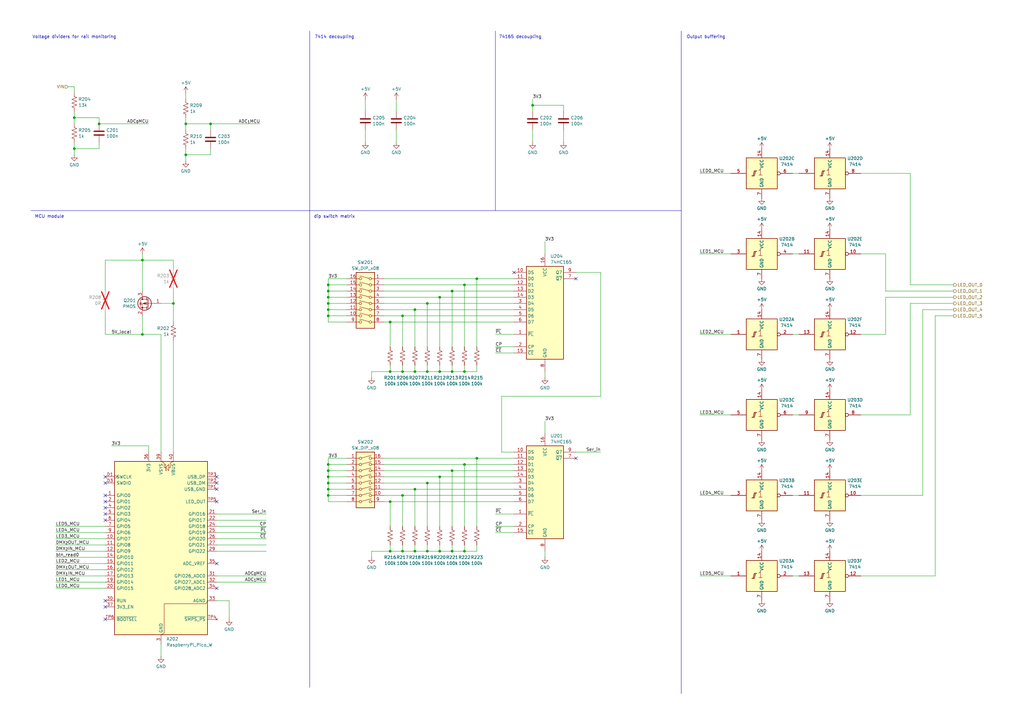
<source format=kicad_sch>
(kicad_sch (version 20231120) (generator "eeschema") (generator_version "8.0")
  (paper "A3")
  (lib_symbols
    (symbol "74xx:74HC165"
      (property "Reference" "U" (at -7.62 19.05 0))
      (property "Value" "74HC165" (at -7.62 -21.59 0))
      (symbol "74HC165_1_0"
        (pin input line (at -12.7 -10.16 0) (length 5.08) (name "~{PL}") (number "1"))
        (pin input line (at -12.7 15.24 0) (length 5.08) (name "DS") (number "10"))
        (pin input line (at -12.7 12.7 0) (length 5.08) (name "D0") (number "11"))
        (pin input line (at -12.7 10.16 0) (length 5.08) (name "D1") (number "12"))
        (pin input line (at -12.7 7.62 0) (length 5.08) (name "D2") (number "13"))
        (pin input line (at -12.7 5.08 0) (length 5.08) (name "D3") (number "14"))
        (pin input line (at -12.7 -17.78 0) (length 5.08) (name "~{CE}") (number "15"))
        (pin power_in line (at 0 22.86 270) (length 5.08) (name "VCC") (number "16"))
        (pin input line (at -12.7 -15.24 0) (length 5.08) (name "CP") (number "2"))
        (pin input line (at -12.7 2.54 0) (length 5.08) (name "D4") (number "3"))
        (pin input line (at -12.7 0 0) (length 5.08) (name "D5") (number "4"))
        (pin input line (at -12.7 -2.54 0) (length 5.08) (name "D6") (number "5"))
        (pin input line (at -12.7 -5.08 0) (length 5.08) (name "D7") (number "6"))
        (pin output line (at 12.7 12.7 180) (length 5.08) (name "~{Q7}") (number "7"))
        (pin power_in line (at 0 -25.4 90) (length 5.08) (name "GND") (number "8"))
        (pin output line (at 12.7 15.24 180) (length 5.08) (name "Q7") (number "9"))
      )
    )
    (symbol "74xx_IEEE:7414"
      (property "Reference" "U" (at 3.81 7.62 0))
      (property "Value" "7414" (at 5.08 -7.62 0))
      (symbol "7414_0_0"
        (text "1" (at -0.508 0.508 0) (effects (font (size 2.54 2.54))))
      )
      (symbol "7414_0_1"
        (pin power_in line (at 0 10.16 270) (length 3.81) (name "VCC") (number "14"))
        (pin power_in line (at 0 -10.16 90) (length 3.81) (name "GND") (number "7"))
      )
      (symbol "7414_1_1"
        (pin input line (at -12.7 0 0) (length 6.35) (name "~") (number "1"))
        (pin output inverted (at 12.7 0 180) (length 6.35) (name "~") (number "2"))
      )
      (symbol "7414_2_1"
        (pin input line (at -12.7 0 0) (length 6.35) (name "~") (number "3"))
        (pin output inverted (at 12.7 0 180) (length 6.35) (name "~") (number "4"))
      )
      (symbol "7414_3_1"
        (pin input line (at -12.7 0 0) (length 6.35) (name "~") (number "5"))
        (pin output inverted (at 12.7 0 180) (length 6.35) (name "~") (number "6"))
      )
      (symbol "7414_4_1"
        (pin output inverted (at 12.7 0 180) (length 6.35) (name "~") (number "8"))
        (pin input line (at -12.7 0 0) (length 6.35) (name "~") (number "9"))
      )
      (symbol "7414_5_1"
        (pin output inverted (at 12.7 0 180) (length 6.35) (name "~") (number "10"))
        (pin input line (at -12.7 0 0) (length 6.35) (name "~") (number "11"))
      )
      (symbol "7414_6_1"
        (pin output inverted (at 12.7 0 180) (length 6.35) (name "~") (number "12"))
        (pin input line (at -12.7 0 0) (length 6.35) (name "~") (number "13"))
      )
    )
    (symbol "Device:C" (pin_numbers hide) (pin_names (offset 0.254))
      (property "Reference" "C" (at 0.635 2.54 0))
      (property "Value" "C" (at 0.635 -2.54 0))
      (symbol "C_1_1"
        (pin passive line (at 0 3.81 270) (length 2.794) (name "~") (number "1"))
        (pin passive line (at 0 -3.81 90) (length 2.794) (name "~") (number "2"))
      )
    )
    (symbol "Device:Q_PMOS_GSD" (pin_names (offset 0) hide)
      (property "Reference" "Q" (at 5.08 1.27 0))
      (property "Value" "Q_PMOS_GSD" (at 5.08 -1.27 0))
      (symbol "Q_PMOS_GSD_1_1"
        (pin input line (at -5.08 0 0) (length 2.54) (name "G") (number "1"))
        (pin passive line (at 2.54 -5.08 90) (length 2.54) (name "S") (number "2"))
        (pin passive line (at 2.54 5.08 270) (length 2.54) (name "D") (number "3"))
      )
    )
    (symbol "Device:R_US" (pin_numbers hide) (pin_names (offset 0))
      (property "Reference" "R" (at 2.54 0 90))
      (property "Value" "R_US" (at -2.54 0 90))
      (symbol "R_US_1_1"
        (pin passive line (at 0 3.81 270) (length 1.27) (name "~") (number "1"))
        (pin passive line (at 0 -3.81 90) (length 1.27) (name "~") (number "2"))
      )
    )
    (symbol "MCU_Module_RaspberryPi_Pico:RaspberryPi_Pico_W_SecondaryPins" (pin_names (offset 0.762))
      (property "Reference" "A" (at -19.05 38.1 0))
      (property "Value" "RaspberryPi_Pico_W" (at 7.62 38.1 0))
      (symbol "RaspberryPi_Pico_W_SecondaryPins_1_1"
        (pin bidirectional line (at -22.86 22.86 0) (length 3.81) (name "GPIO0") (number "1"))
        (pin bidirectional line (at -22.86 5.08 0) (length 3.81) (name "GPIO7") (number "10"))
        (pin bidirectional line (at -22.86 2.54 0) (length 3.81) (name "GPIO8") (number "11"))
        (pin bidirectional line (at -22.86 0 0) (length 3.81) (name "GPIO9") (number "12"))
        (pin passive line (at 0 -38.1 90) (length 3.81) hide (name "GND") (number "13"))
        (pin bidirectional line (at -22.86 -2.54 0) (length 3.81) (name "GPIO10") (number "14"))
        (pin bidirectional line (at -22.86 -5.08 0) (length 3.81) (name "GPIO11") (number "15"))
        (pin bidirectional line (at -22.86 -7.62 0) (length 3.81) (name "GPIO12") (number "16"))
        (pin bidirectional line (at -22.86 -10.16 0) (length 3.81) (name "GPIO13") (number "17"))
        (pin passive line (at 0 -38.1 90) (length 3.81) hide (name "GND") (number "18"))
        (pin bidirectional line (at -22.86 -12.7 0) (length 3.81) (name "GPIO14") (number "19"))
        (pin bidirectional line (at -22.86 20.32 0) (length 3.81) (name "GPIO1") (number "2"))
        (pin bidirectional line (at -22.86 -15.24 0) (length 3.81) (name "GPIO15") (number "20"))
        (pin bidirectional line (at 22.86 15.24 180) (length 3.81) (name "GPIO16") (number "21"))
        (pin bidirectional line (at 22.86 12.7 180) (length 3.81) (name "GPIO17") (number "22"))
        (pin passive line (at 0 -38.1 90) (length 3.81) hide (name "GND") (number "23"))
        (pin bidirectional line (at 22.86 10.16 180) (length 3.81) (name "GPIO18") (number "24"))
        (pin bidirectional line (at 22.86 7.62 180) (length 3.81) (name "GPIO19") (number "25"))
        (pin bidirectional line (at 22.86 5.08 180) (length 3.81) (name "GPIO20") (number "26"))
        (pin bidirectional line (at 22.86 2.54 180) (length 3.81) (name "GPIO21") (number "27"))
        (pin passive line (at 0 -38.1 90) (length 3.81) hide (name "GND") (number "28"))
        (pin bidirectional line (at 22.86 0 180) (length 3.81) (name "GPIO22") (number "29"))
        (pin power_out line (at 0 -38.1 90) (length 3.81) (name "GND") (number "3"))
        (pin input line (at -22.86 -20.32 0) (length 3.81) (name "RUN") (number "30"))
        (pin bidirectional line (at 22.86 -10.16 180) (length 3.81) (name "GPIO26_ADC0") (number "31"))
        (pin bidirectional line (at 22.86 -12.7 180) (length 3.81) (name "GPIO27_ADC1") (number "32"))
        (pin power_out line (at 22.86 -20.32 180) (length 3.81) (name "AGND") (number "33"))
        (pin bidirectional line (at 22.86 -15.24 180) (length 3.81) (name "GPIO28_ADC2") (number "34"))
        (pin power_in line (at 22.86 -5.08 180) (length 3.81) (name "ADC_VREF") (number "35"))
        (pin power_out line (at -5.08 40.64 270) (length 3.81) (name "3V3") (number "36"))
        (pin input line (at -22.86 -22.86 0) (length 3.81) (name "3V3_EN") (number "37"))
        (pin passive line (at 0 -38.1 90) (length 3.81) hide (name "GND") (number "38"))
        (pin power_out line (at 0 40.64 270) (length 3.81) (name "VSYS") (number "39"))
        (pin bidirectional line (at -22.86 17.78 0) (length 3.81) (name "GPIO2") (number "4"))
        (pin power_out line (at 5.08 40.64 270) (length 3.81) (name "VBUS") (number "40"))
        (pin bidirectional line (at -22.86 15.24 0) (length 3.81) (name "GPIO3") (number "5"))
        (pin bidirectional line (at -22.86 12.7 0) (length 3.81) (name "GPIO4") (number "6"))
        (pin bidirectional line (at -22.86 10.16 0) (length 3.81) (name "GPIO5") (number "7"))
        (pin passive line (at 0 -38.1 90) (length 3.81) hide (name "GND") (number "8"))
        (pin bidirectional line (at -22.86 7.62 0) (length 3.81) (name "GPIO6") (number "9"))
        (pin input clock (at -22.86 30.48 0) (length 3.81) (name "SWCLK") (number "D1"))
        (pin passive line (at 0 -38.1 90) (length 3.81) hide (name "GND") (number "D2"))
        (pin bidirectional line (at -22.86 27.94 0) (length 3.81) (name "SWDIO") (number "D3"))
        (pin power_out line (at 22.86 25.4 180) (length 3.81) (name "USB_GND") (number "TP1"))
        (pin bidirectional line (at 22.86 27.94 180) (length 3.81) (name "USB_DM") (number "TP2"))
        (pin bidirectional line (at 22.86 30.48 180) (length 3.81) (name "USB_DP") (number "TP3"))
        (pin no_connect line (at 22.86 -27.94 180) (length 3.81) (name "~{SMPS_PS}") (number "TP4"))
        (pin output line (at 22.86 20.32 180) (length 3.81) (name "LED_OUT") (number "TP5"))
        (pin input line (at -22.86 -27.94 0) (length 3.81) (name "~{BOOTSEL}") (number "TP6"))
      )
    )
    (symbol "Switch:SW_DIP_x08" (pin_names (offset 0) hide)
      (property "Reference" "SW" (at 0 13.97 0))
      (property "Value" "SW_DIP_x08" (at 0 -11.43 0))
      (symbol "SW_DIP_x08_1_1"
        (pin passive line (at -7.62 10.16 0) (length 5.08) (name "~") (number "1"))
        (pin passive line (at 7.62 -5.08 180) (length 5.08) (name "~") (number "10"))
        (pin passive line (at 7.62 -2.54 180) (length 5.08) (name "~") (number "11"))
        (pin passive line (at 7.62 0 180) (length 5.08) (name "~") (number "12"))
        (pin passive line (at 7.62 2.54 180) (length 5.08) (name "~") (number "13"))
        (pin passive line (at 7.62 5.08 180) (length 5.08) (name "~") (number "14"))
        (pin passive line (at 7.62 7.62 180) (length 5.08) (name "~") (number "15"))
        (pin passive line (at 7.62 10.16 180) (length 5.08) (name "~") (number "16"))
        (pin passive line (at -7.62 7.62 0) (length 5.08) (name "~") (number "2"))
        (pin passive line (at -7.62 5.08 0) (length 5.08) (name "~") (number "3"))
        (pin passive line (at -7.62 2.54 0) (length 5.08) (name "~") (number "4"))
        (pin passive line (at -7.62 0 0) (length 5.08) (name "~") (number "5"))
        (pin passive line (at -7.62 -2.54 0) (length 5.08) (name "~") (number "6"))
        (pin passive line (at -7.62 -5.08 0) (length 5.08) (name "~") (number "7"))
        (pin passive line (at -7.62 -7.62 0) (length 5.08) (name "~") (number "8"))
        (pin passive line (at 7.62 -7.62 180) (length 5.08) (name "~") (number "9"))
      )
    )
    (symbol "power:+5V" (power) (pin_numbers hide) (pin_names (offset 0) hide)
      (property "Value" "+5V" (at 0 3.556 0))
      (symbol "+5V_1_1"
        (pin power_in line (at 0 0 90) (length 0) (name "~") (number "1"))
      )
    )
    (symbol "power:GND" (power) (pin_numbers hide) (pin_names (offset 0) hide)
      (property "Value" "GND" (at 0 -3.81 0))
      (symbol "GND_1_1"
        (pin power_in line (at 0 0 270) (length 0) (name "~") (number "1"))
      )
    )
  )
  (junction (at 76.2 50.8))
  (junction (at 160.02 205.74))
  (junction (at 134.62 203.2))
  (junction (at 195.58 114.3))
  (junction (at 134.62 124.46))
  (junction (at 185.42 193.04))
  (junction (at 76.2 63.5))
  (junction (at 165.1 226.06))
  (junction (at 190.5 152.4))
  (junction (at 160.02 152.4))
  (junction (at 58.42 106.68))
  (junction (at 180.34 226.06))
  (junction (at 134.62 200.66))
  (junction (at 175.26 198.12))
  (junction (at 175.26 152.4))
  (junction (at 134.62 129.54))
  (junction (at 134.62 127))
  (junction (at 160.02 132.08))
  (junction (at 185.42 226.06))
  (junction (at 185.42 119.38))
  (junction (at 30.48 60.96))
  (junction (at 58.42 137.16))
  (junction (at 134.62 121.92))
  (junction (at 175.26 124.46))
  (junction (at 165.1 152.4))
  (junction (at 134.62 195.58))
  (junction (at 86.36 50.8))
  (junction (at 190.5 116.84))
  (junction (at 175.26 226.06))
  (junction (at 180.34 152.4))
  (junction (at 170.18 226.06))
  (junction (at 30.48 48.26))
  (junction (at 180.34 195.58))
  (junction (at 218.44 43.18))
  (junction (at 134.62 193.04))
  (junction (at 190.5 226.06))
  (junction (at 40.64 50.8))
  (junction (at 170.18 200.66))
  (junction (at 134.62 119.38))
  (junction (at 134.62 190.5))
  (junction (at 134.62 198.12))
  (junction (at 134.62 116.84))
  (junction (at 195.58 187.96))
  (junction (at 71.12 124.46))
  (junction (at 180.34 121.92))
  (junction (at 170.18 152.4))
  (junction (at 165.1 129.54))
  (junction (at 170.18 127))
  (junction (at 160.02 226.06))
  (junction (at 165.1 203.2))
  (junction (at 190.5 190.5))
  (junction (at 185.42 152.4))
  (no_connect (at 236.22 187.96))
  (no_connect (at 43.18 254))
  (no_connect (at 88.9 205.74))
  (no_connect (at 43.18 198.12))
  (no_connect (at 88.9 241.3))
  (no_connect (at 88.9 195.58))
  (no_connect (at 43.18 203.2))
  (no_connect (at 43.18 208.28))
  (no_connect (at 43.18 248.92))
  (no_connect (at 43.18 210.82))
  (no_connect (at 43.18 246.38))
  (no_connect (at 88.9 198.12))
  (no_connect (at 43.18 205.74))
  (no_connect (at 88.9 231.14))
  (no_connect (at 43.18 213.36))
  (no_connect (at 210.82 111.76))
  (no_connect (at 236.22 114.3))
  (no_connect (at 88.9 200.66))
  (no_connect (at 43.18 195.58))
  (wire (pts (xy 162.56 40.64) (xy 162.56 45.72)))
  (wire (pts (xy 157.48 127) (xy 170.18 127)))
  (wire (pts (xy 134.62 190.5) (xy 134.62 193.04)))
  (wire (pts (xy 157.48 124.46) (xy 175.26 124.46)))
  (wire (pts (xy 76.2 50.8) (xy 76.2 53.34)))
  (wire (pts (xy 165.1 149.86) (xy 165.1 152.4)))
  (wire (pts (xy 22.86 218.44) (xy 43.18 218.44)))
  (wire (pts (xy 170.18 223.52) (xy 170.18 226.06)))
  (wire (pts (xy 195.58 114.3) (xy 195.58 142.24)))
  (wire (pts (xy 203.2 144.78) (xy 210.82 144.78)))
  (wire (pts (xy 190.5 190.5) (xy 190.5 215.9)))
  (wire (pts (xy 134.62 187.96) (xy 134.62 190.5)))
  (wire (pts (xy 58.42 106.68) (xy 58.42 119.38)))
  (wire (pts (xy 363.22 104.14) (xy 353.06 104.14)))
  (wire (pts (xy 325.12 203.2) (xy 327.66 203.2)))
  (wire (pts (xy 71.12 124.46) (xy 71.12 132.08)))
  (wire (pts (xy 134.62 190.5) (xy 142.24 190.5)))
  (wire (pts (xy 134.62 187.96) (xy 142.24 187.96)))
  (wire (pts (xy 22.86 215.9) (xy 43.18 215.9)))
  (wire (pts (xy 22.86 241.3) (xy 43.18 241.3)))
  (wire (pts (xy 210.82 185.42) (xy 205.74 185.42)))
  (wire (pts (xy 391.16 129.54) (xy 383.54 129.54)))
  (wire (pts (xy 134.62 124.46) (xy 134.62 127)))
  (wire (pts (xy 325.12 170.18) (xy 327.66 170.18)))
  (polyline (pts (xy 127 12.7) (xy 127 86.36)))
  (wire (pts (xy 58.42 129.54) (xy 58.42 137.16)))
  (wire (pts (xy 152.4 226.06) (xy 160.02 226.06)))
  (polyline (pts (xy 203.2 12.7) (xy 203.2 86.36)))
  (wire (pts (xy 373.38 170.18) (xy 353.06 170.18)))
  (wire (pts (xy 287.02 203.2) (xy 299.72 203.2)))
  (wire (pts (xy 185.42 223.52) (xy 185.42 226.06)))
  (wire (pts (xy 109.22 238.76) (xy 88.9 238.76)))
  (wire (pts (xy 134.62 200.66) (xy 142.24 200.66)))
  (wire (pts (xy 142.24 193.04) (xy 134.62 193.04)))
  (wire (pts (xy 175.26 152.4) (xy 180.34 152.4)))
  (wire (pts (xy 231.14 45.72) (xy 231.14 43.18)))
  (wire (pts (xy 391.16 119.38) (xy 363.22 119.38)))
  (wire (pts (xy 373.38 124.46) (xy 373.38 170.18)))
  (wire (pts (xy 134.62 116.84) (xy 134.62 119.38)))
  (wire (pts (xy 391.16 124.46) (xy 373.38 124.46)))
  (wire (pts (xy 175.26 198.12) (xy 210.82 198.12)))
  (wire (pts (xy 22.86 220.98) (xy 43.18 220.98)))
  (wire (pts (xy 58.42 137.16) (xy 43.18 137.16)))
  (wire (pts (xy 218.44 40.64) (xy 218.44 43.18)))
  (wire (pts (xy 175.26 223.52) (xy 175.26 226.06)))
  (wire (pts (xy 175.26 198.12) (xy 175.26 215.9)))
  (wire (pts (xy 109.22 220.98) (xy 88.9 220.98)))
  (wire (pts (xy 373.38 71.12) (xy 373.38 116.84)))
  (wire (pts (xy 195.58 187.96) (xy 195.58 215.9)))
  (wire (pts (xy 246.38 111.76) (xy 236.22 111.76)))
  (wire (pts (xy 185.42 119.38) (xy 210.82 119.38)))
  (wire (pts (xy 22.86 238.76) (xy 43.18 238.76)))
  (wire (pts (xy 175.26 124.46) (xy 175.26 142.24)))
  (wire (pts (xy 22.86 226.06) (xy 43.18 226.06)))
  (wire (pts (xy 43.18 106.68) (xy 43.18 119.38)))
  (polyline (pts (xy 12.7 86.36) (xy 127 86.36)))
  (wire (pts (xy 30.48 58.42) (xy 30.48 60.96)))
  (wire (pts (xy 185.42 193.04) (xy 185.42 215.9)))
  (wire (pts (xy 203.2 142.24) (xy 210.82 142.24)))
  (wire (pts (xy 157.48 198.12) (xy 175.26 198.12)))
  (wire (pts (xy 203.2 218.44) (xy 210.82 218.44)))
  (wire (pts (xy 152.4 152.4) (xy 152.4 154.94)))
  (wire (pts (xy 325.12 104.14) (xy 327.66 104.14)))
  (wire (pts (xy 93.98 246.38) (xy 88.9 246.38)))
  (wire (pts (xy 109.22 210.82) (xy 88.9 210.82)))
  (wire (pts (xy 76.2 48.26) (xy 76.2 50.8)))
  (wire (pts (xy 190.5 149.86) (xy 190.5 152.4)))
  (wire (pts (xy 157.48 205.74) (xy 160.02 205.74)))
  (wire (pts (xy 170.18 152.4) (xy 175.26 152.4)))
  (wire (pts (xy 142.24 119.38) (xy 134.62 119.38)))
  (wire (pts (xy 30.48 48.26) (xy 30.48 50.8)))
  (wire (pts (xy 170.18 127) (xy 170.18 142.24)))
  (wire (pts (xy 325.12 71.12) (xy 327.66 71.12)))
  (wire (pts (xy 157.48 200.66) (xy 170.18 200.66)))
  (wire (pts (xy 190.5 152.4) (xy 195.58 152.4)))
  (wire (pts (xy 363.22 137.16) (xy 363.22 121.92)))
  (wire (pts (xy 160.02 205.74) (xy 210.82 205.74)))
  (wire (pts (xy 325.12 236.22) (xy 327.66 236.22)))
  (wire (pts (xy 236.22 185.42) (xy 246.38 185.42)))
  (wire (pts (xy 180.34 226.06) (xy 185.42 226.06)))
  (wire (pts (xy 195.58 114.3) (xy 210.82 114.3)))
  (wire (pts (xy 325.12 137.16) (xy 327.66 137.16)))
  (wire (pts (xy 134.62 127) (xy 134.62 129.54)))
  (wire (pts (xy 134.62 129.54) (xy 142.24 129.54)))
  (wire (pts (xy 287.02 71.12) (xy 299.72 71.12)))
  (wire (pts (xy 157.48 132.08) (xy 160.02 132.08)))
  (wire (pts (xy 22.86 228.6) (xy 43.18 228.6)))
  (wire (pts (xy 165.1 152.4) (xy 170.18 152.4)))
  (wire (pts (xy 287.02 104.14) (xy 299.72 104.14)))
  (wire (pts (xy 71.12 106.68) (xy 58.42 106.68)))
  (wire (pts (xy 391.16 127) (xy 378.46 127)))
  (wire (pts (xy 66.04 124.46) (xy 71.12 124.46)))
  (wire (pts (xy 378.46 203.2) (xy 353.06 203.2)))
  (wire (pts (xy 109.22 236.22) (xy 88.9 236.22)))
  (wire (pts (xy 160.02 152.4) (xy 165.1 152.4)))
  (wire (pts (xy 30.48 45.72) (xy 30.48 48.26)))
  (wire (pts (xy 353.06 137.16) (xy 363.22 137.16)))
  (wire (pts (xy 157.48 203.2) (xy 165.1 203.2)))
  (wire (pts (xy 71.12 139.7) (xy 71.12 185.42)))
  (wire (pts (xy 40.64 58.42) (xy 40.64 60.96)))
  (wire (pts (xy 134.62 203.2) (xy 142.24 203.2)))
  (wire (pts (xy 210.82 187.96) (xy 195.58 187.96)))
  (wire (pts (xy 175.26 226.06) (xy 180.34 226.06)))
  (wire (pts (xy 30.48 63.5) (xy 30.48 60.96)))
  (wire (pts (xy 157.48 121.92) (xy 180.34 121.92)))
  (wire (pts (xy 287.02 170.18) (xy 299.72 170.18)))
  (wire (pts (xy 190.5 223.52) (xy 190.5 226.06)))
  (wire (pts (xy 86.36 53.34) (xy 86.36 50.8)))
  (wire (pts (xy 149.86 53.34) (xy 149.86 58.42)))
  (wire (pts (xy 170.18 200.66) (xy 170.18 215.9)))
  (wire (pts (xy 149.86 40.64) (xy 149.86 45.72)))
  (wire (pts (xy 109.22 213.36) (xy 88.9 213.36)))
  (wire (pts (xy 160.02 226.06) (xy 165.1 226.06)))
  (wire (pts (xy 152.4 226.06) (xy 152.4 228.6)))
  (wire (pts (xy 180.34 149.86) (xy 180.34 152.4)))
  (wire (pts (xy 134.62 114.3) (xy 134.62 116.84)))
  (wire (pts (xy 142.24 116.84) (xy 134.62 116.84)))
  (wire (pts (xy 76.2 60.96) (xy 76.2 63.5)))
  (wire (pts (xy 134.62 200.66) (xy 134.62 203.2)))
  (wire (pts (xy 22.86 231.14) (xy 43.18 231.14)))
  (wire (pts (xy 157.48 193.04) (xy 185.42 193.04)))
  (wire (pts (xy 185.42 226.06) (xy 190.5 226.06)))
  (wire (pts (xy 363.22 119.38) (xy 363.22 104.14)))
  (wire (pts (xy 165.1 129.54) (xy 165.1 142.24)))
  (wire (pts (xy 190.5 116.84) (xy 210.82 116.84)))
  (wire (pts (xy 76.2 66.04) (xy 76.2 63.5)))
  (wire (pts (xy 43.18 127) (xy 43.18 137.16)))
  (wire (pts (xy 223.52 99.06) (xy 223.52 104.14)))
  (wire (pts (xy 175.26 124.46) (xy 210.82 124.46)))
  (wire (pts (xy 160.02 226.06) (xy 160.02 223.52)))
  (wire (pts (xy 246.38 162.56) (xy 246.38 111.76)))
  (wire (pts (xy 134.62 132.08) (xy 142.24 132.08)))
  (wire (pts (xy 142.24 195.58) (xy 134.62 195.58)))
  (wire (pts (xy 175.26 149.86) (xy 175.26 152.4)))
  (wire (pts (xy 383.54 236.22) (xy 353.06 236.22)))
  (wire (pts (xy 134.62 129.54) (xy 134.62 132.08)))
  (wire (pts (xy 134.62 198.12) (xy 134.62 200.66)))
  (wire (pts (xy 190.5 190.5) (xy 210.82 190.5)))
  (wire (pts (xy 43.18 106.68) (xy 58.42 106.68)))
  (wire (pts (xy 223.52 172.72) (xy 223.52 177.8)))
  (wire (pts (xy 157.48 195.58) (xy 180.34 195.58)))
  (wire (pts (xy 86.36 63.5) (xy 76.2 63.5)))
  (wire (pts (xy 180.34 223.52) (xy 180.34 226.06)))
  (wire (pts (xy 185.42 149.86) (xy 185.42 152.4)))
  (wire (pts (xy 287.02 137.16) (xy 299.72 137.16)))
  (wire (pts (xy 71.12 106.68) (xy 71.12 110.49)))
  (wire (pts (xy 134.62 124.46) (xy 142.24 124.46)))
  (wire (pts (xy 195.58 187.96) (xy 157.48 187.96)))
  (wire (pts (xy 71.12 118.11) (xy 71.12 124.46)))
  (wire (pts (xy 86.36 50.8) (xy 76.2 50.8)))
  (wire (pts (xy 86.36 60.96) (xy 86.36 63.5)))
  (wire (pts (xy 160.02 152.4) (xy 160.02 149.86)))
  (wire (pts (xy 66.04 264.16) (xy 66.04 269.24)))
  (wire (pts (xy 134.62 119.38) (xy 134.62 121.92)))
  (wire (pts (xy 195.58 149.86) (xy 195.58 152.4)))
  (polyline (pts (xy 279.4 12.7) (xy 279.4 86.36)))
  (wire (pts (xy 180.34 121.92) (xy 210.82 121.92)))
  (wire (pts (xy 58.42 104.14) (xy 58.42 106.68)))
  (wire (pts (xy 170.18 127) (xy 210.82 127)))
  (wire (pts (xy 180.34 152.4) (xy 185.42 152.4)))
  (wire (pts (xy 195.58 223.52) (xy 195.58 226.06)))
  (wire (pts (xy 353.06 71.12) (xy 373.38 71.12)))
  (wire (pts (xy 160.02 205.74) (xy 160.02 215.9)))
  (wire (pts (xy 373.38 116.84) (xy 391.16 116.84)))
  (wire (pts (xy 180.34 195.58) (xy 210.82 195.58)))
  (wire (pts (xy 157.48 190.5) (xy 190.5 190.5)))
  (wire (pts (xy 93.98 246.38) (xy 93.98 254)))
  (wire (pts (xy 22.86 233.68) (xy 43.18 233.68)))
  (wire (pts (xy 109.22 218.44) (xy 88.9 218.44)))
  (polyline (pts (xy 127 86.36) (xy 127 281.94)))
  (wire (pts (xy 190.5 116.84) (xy 190.5 142.24)))
  (wire (pts (xy 162.56 53.34) (xy 162.56 58.42)))
  (wire (pts (xy 287.02 236.22) (xy 299.72 236.22)))
  (wire (pts (xy 203.2 215.9) (xy 210.82 215.9)))
  (wire (pts (xy 109.22 223.52) (xy 88.9 223.52)))
  (wire (pts (xy 185.42 119.38) (xy 185.42 142.24)))
  (wire (pts (xy 134.62 127) (xy 142.24 127)))
  (wire (pts (xy 185.42 152.4) (xy 190.5 152.4)))
  (wire (pts (xy 40.64 60.96) (xy 30.48 60.96)))
  (wire (pts (xy 76.2 40.64) (xy 76.2 38.1)))
  (wire (pts (xy 165.1 223.52) (xy 165.1 226.06)))
  (wire (pts (xy 30.48 35.56) (xy 27.94 35.56)))
  (wire (pts (xy 40.64 50.8) (xy 40.64 48.26)))
  (wire (pts (xy 40.64 48.26) (xy 30.48 48.26)))
  (wire (pts (xy 180.34 121.92) (xy 180.34 142.24)))
  (wire (pts (xy 170.18 149.86) (xy 170.18 152.4)))
  (polyline (pts (xy 279.4 86.36) (xy 279.4 284.48)))
  (wire (pts (xy 160.02 132.08) (xy 210.82 132.08)))
  (wire (pts (xy 134.62 203.2) (xy 134.62 205.74)))
  (wire (pts (xy 218.44 43.18) (xy 218.44 45.72)))
  (wire (pts (xy 165.1 203.2) (xy 210.82 203.2)))
  (wire (pts (xy 142.24 121.92) (xy 134.62 121.92)))
  (wire (pts (xy 109.22 226.06) (xy 88.9 226.06)))
  (wire (pts (xy 223.52 226.06) (xy 223.52 228.6)))
  (wire (pts (xy 152.4 152.4) (xy 160.02 152.4)))
  (wire (pts (xy 165.1 203.2) (xy 165.1 215.9)))
  (wire (pts (xy 203.2 137.16) (xy 210.82 137.16)))
  (wire (pts (xy 157.48 129.54) (xy 165.1 129.54)))
  (wire (pts (xy 22.86 223.52) (xy 43.18 223.52)))
  (wire (pts (xy 190.5 226.06) (xy 195.58 226.06)))
  (wire (pts (xy 134.62 205.74) (xy 142.24 205.74)))
  (wire (pts (xy 22.86 236.22) (xy 43.18 236.22)))
  (wire (pts (xy 134.62 121.92) (xy 134.62 124.46)))
  (wire (pts (xy 30.48 35.56) (xy 30.48 38.1)))
  (wire (pts (xy 165.1 226.06) (xy 170.18 226.06)))
  (wire (pts (xy 86.36 50.8) (xy 106.68 50.8)))
  (wire (pts (xy 231.14 43.18) (xy 218.44 43.18)))
  (wire (pts (xy 223.52 152.4) (xy 223.52 154.94)))
  (wire (pts (xy 157.48 119.38) (xy 185.42 119.38)))
  (wire (pts (xy 205.74 185.42) (xy 205.74 162.56)))
  (wire (pts (xy 66.04 137.16) (xy 58.42 137.16)))
  (wire (pts (xy 157.48 116.84) (xy 190.5 116.84)))
  (wire (pts (xy 383.54 129.54) (xy 383.54 236.22)))
  (wire (pts (xy 45.72 182.88) (xy 60.96 182.88)))
  (wire (pts (xy 363.22 121.92) (xy 391.16 121.92)))
  (wire (pts (xy 218.44 53.34) (xy 218.44 58.42)))
  (wire (pts (xy 157.48 114.3) (xy 195.58 114.3)))
  (wire (pts (xy 205.74 162.56) (xy 246.38 162.56)))
  (wire (pts (xy 165.1 129.54) (xy 210.82 129.54)))
  (wire (pts (xy 170.18 200.66) (xy 210.82 200.66)))
  (wire (pts (xy 160.02 132.08) (xy 160.02 142.24)))
  (wire (pts (xy 185.42 193.04) (xy 210.82 193.04)))
  (polyline (pts (xy 127 86.36) (xy 279.4 86.36)))
  (wire (pts (xy 203.2 210.82) (xy 210.82 210.82)))
  (wire (pts (xy 378.46 127) (xy 378.46 203.2)))
  (wire (pts (xy 134.62 198.12) (xy 142.24 198.12)))
  (wire (pts (xy 170.18 226.06) (xy 175.26 226.06)))
  (wire (pts (xy 66.04 137.16) (xy 66.04 185.42)))
  (wire (pts (xy 109.22 215.9) (xy 88.9 215.9)))
  (wire (pts (xy 60.96 185.42) (xy 60.96 182.88)))
  (wire (pts (xy 231.14 53.34) (xy 231.14 58.42)))
  (wire (pts (xy 134.62 195.58) (xy 134.62 198.12)))
  (wire (pts (xy 134.62 193.04) (xy 134.62 195.58)))
  (wire (pts (xy 180.34 195.58) (xy 180.34 215.9)))
  (wire (pts (xy 40.64 50.8) (xy 60.96 50.8)))
  (wire (pts (xy 134.62 114.3) (xy 142.24 114.3)))
  (text "74165 decoupling" (at 213.36 15.24 0) (effects (font (size 1.27 1.27))))
  (text "Output buffering" (at 289.56 15.24 0) (effects (font (size 1.27 1.27))))
  (text "Voltage dividers for rail monitoring" (at 30.48 15.24 0) (effects (font (size 1.27 1.27))))
  (text "MCU module" (at 20.32 88.9 0) (effects (font (size 1.27 1.27))))
  (text "7414 decoupling" (at 137.16 15.24 0) (effects (font (size 1.27 1.27))))
  (text "dip switch matrix" (at 137.16 88.9 0) (effects (font (size 1.27 1.27))))
  (label "ADC_{0}MCU" (at 60.96 50.8 180))
  (label "DMX_{1}OUT_MCU" (at 22.86 233.68 0))
  (label "CP" (at 203.2 215.9 0))
  (label "3V3" (at 45.72 182.88 0))
  (label "LED4_MCU" (at 22.86 218.44 0))
  (label "LED1_MCU" (at 287.02 104.14 0))
  (label "LED2_MCU" (at 287.02 137.16 0))
  (label "3V3" (at 134.62 114.3 0))
  (label "LED1_MCU" (at 22.86 238.76 0))
  (label "Ser_in" (at 246.38 185.42 180))
  (label "LED3_MCU" (at 287.02 170.18 0))
  (label "~{CE}" (at 203.2 218.44 0))
  (label "LED5_MCU" (at 287.02 236.22 0))
  (label "DMX_{1}IN_MCU" (at 22.86 236.22 0))
  (label "LED4_MCU" (at 287.02 203.2 0))
  (label "DMX_{2}OUT_MCU" (at 22.86 223.52 0))
  (label "LED0_MCU" (at 287.02 71.12 0))
  (label "~{CE}" (at 203.2 144.78 0))
  (label "CP" (at 109.22 215.9 180))
  (label "3V3" (at 223.52 99.06 0))
  (label "ADC_{1}MCU" (at 109.22 238.76 180))
  (label "3V3" (at 223.52 172.72 0))
  (label "3V3" (at 218.44 40.64 0))
  (label "LED0_MCU" (at 22.86 241.3 0))
  (label "LED2_MCU" (at 22.86 231.14 0))
  (label "ADC_{1}MCU" (at 106.68 50.8 180))
  (label "btn_read0" (at 22.86 228.6 0))
  (label "~{PL}" (at 203.2 210.82 0))
  (label "LED3_MCU" (at 22.86 220.98 0))
  (label "Ser_in" (at 109.22 210.82 180))
  (label "ADC_{0}MCU" (at 109.22 236.22 180))
  (label "3V3" (at 134.62 187.96 0))
  (label "~{CE}" (at 109.22 220.98 180))
  (label "LED5_MCU" (at 22.86 215.9 0))
  (label "CP" (at 203.2 142.24 0))
  (label "DMX_{2}IN_MCU" (at 22.86 226.06 0))
  (label "~{PL}" (at 203.2 137.16 0))
  (label "5V_local" (at 45.72 137.16 0))
  (label "~{PL}" (at 109.22 218.44 180))
  (hierarchical_label "VIN" (shape input) (at 27.94 35.56 180))
  (hierarchical_label "LED_OUT_5" (shape output) (at 391.16 129.54 0))
  (hierarchical_label "LED_OUT_0" (shape output) (at 391.16 116.84 0))
  (hierarchical_label "LED_OUT_4" (shape output) (at 391.16 127 0))
  (hierarchical_label "LED_OUT_3" (shape output) (at 391.16 124.46 0))
  (hierarchical_label "LED_OUT_1" (shape output) (at 391.16 119.38 0))
  (hierarchical_label "LED_OUT_2" (shape output) (at 391.16 121.92 0))
  (symbol (lib_id "power:+5V") (at 312.42 127 0) (unit 1)
    (property "Reference" "#PWR0220" (effects (hide yes)))
    (property "Value" "+5V" (at 312.42 122.8669 0))
    (property "Description" "Power symbol creates a global label with name \"+5V\"" (effects (hide yes)))
  )
  (symbol (lib_id "power:GND") (at 312.42 147.32 0) (unit 1)
    (property "Reference" "#PWR0221" (effects (hide yes)))
    (property "Value" "GND" (at 312.42 151.4531 0))
    (property "Description" "Power symbol creates a global label with name \"GND\" , ground" (effects (hide yes)))
  )
  (symbol (lib_id "power:GND") (at 152.4 228.6 0) (unit 1)
    (property "Reference" "#PWR0247" (effects (hide yes)))
    (property "Value" "GND" (at 152.4 232.7331 0))
    (property "Description" "Power symbol creates a global label with name \"GND\" , ground" (effects (hide yes)))
  )
  (symbol (lib_id "power:GND") (at 162.56 58.42 0) (unit 1)
    (property "Reference" "#PWR0217" (effects (hide yes)))
    (property "Value" "GND" (at 162.56 62.5531 0))
    (property "Description" "Power symbol creates a global label with name \"GND\" , ground" (effects (hide yes)))
  )
  (symbol (lib_id "74xx_IEEE:7414") (at 312.42 236.22 0) (unit 1)
    (property "Reference" "U203" (at 322.667 230.075 0))
    (property "Value" "7414" (at 322.667 232.4993 0))
    (property "Footprint" "Package_SO:SOIC-14_3.9x8.7mm_P1.27mm" (effects (hide yes)))
    (property "LCSC" "C5605" (effects (hide yes)))
  )
  (symbol (lib_id "Device:C") (at 231.14 49.53 0) (unit 1)
    (property "Reference" "C206" (at 234.061 48.3178 0) (effects (justify left)))
    (property "Value" "100n" (at 234.061 50.7421 0) (effects (justify left)))
    (property "Footprint" "Capacitor_SMD:C_0402_1005Metric" (effects (hide yes)))
    (property "Description" "Unpolarized capacitor" (effects (hide yes)))
    (property "LCSC" "C1525" (effects (hide yes)))
  )
  (symbol (lib_id "power:GND") (at 312.42 81.28 0) (unit 1)
    (property "Reference" "#PWR0243" (effects (hide yes)))
    (property "Value" "GND" (at 312.42 85.4131 0))
    (property "Description" "Power symbol creates a global label with name \"GND\" , ground" (effects (hide yes)))
  )
  (symbol (lib_id "Device:R_US") (at 170.18 146.05 0) (unit 1)
    (property "Reference" "R207" (at 170.18 154.94 0))
    (property "Value" "100k" (at 170.18 157.3643 0))
    (property "Footprint" "Resistor_SMD:R_0402_1005Metric" (effects (hide yes)))
    (property "Description" "Resistor, US symbol" (effects (hide yes)))
    (property "LCSC" "C25741" (effects (hide yes)))
  )
  (symbol (lib_id "power:GND") (at 149.86 58.42 0) (unit 1)
    (property "Reference" "#PWR0242" (effects (hide yes)))
    (property "Value" "GND" (at 149.86 62.5531 0))
    (property "Description" "Power symbol creates a global label with name \"GND\" , ground" (effects (hide yes)))
  )
  (symbol (lib_id "74xx_IEEE:7414") (at 340.36 236.22 0) (unit 6)
    (property "Reference" "U203" (at 350.607 230.075 0))
    (property "Value" "7414" (at 350.607 232.4993 0))
    (property "Footprint" "Package_SO:SOIC-14_3.9x8.7mm_P1.27mm" (effects (hide yes)))
    (property "LCSC" "C5605" (effects (hide yes)))
  )
  (symbol (lib_id "power:+5V") (at 312.42 60.96 0) (unit 1)
    (property "Reference" "#PWR0216" (effects (hide yes)))
    (property "Value" "+5V" (at 312.42 56.8269 0))
    (property "Description" "Power symbol creates a global label with name \"+5V\"" (effects (hide yes)))
  )
  (symbol (lib_id "power:+5V") (at 340.36 93.98 0) (unit 1)
    (property "Reference" "#PWR0230" (effects (hide yes)))
    (property "Value" "+5V" (at 340.36 89.8469 0))
    (property "Description" "Power symbol creates a global label with name \"+5V\"" (effects (hide yes)))
  )
  (symbol (lib_id "74xx:74HC165") (at 223.52 127 0) (unit 1)
    (property "Reference" "U204" (at 225.7141 105.0755 0) (effects (justify left)))
    (property "Value" "74HC165" (at 225.7141 107.4998 0) (effects (justify left)))
    (property "Footprint" "Package_SO:SOIC-16_3.9x9.9mm_P1.27mm" (effects (hide yes)))
    (property "Datasheet" "https://assets.nexperia.com/documents/data-sheet/74HC_HCT165.pdf" (effects (hide yes)))
    (property "Description" "Shift Register, 8-bit, Parallel Load" (effects (hide yes)))
    (property "LCSC" "C5613" (effects (hide yes)))
  )
  (symbol (lib_id "74xx_IEEE:7414") (at 340.36 137.16 0) (unit 6)
    (property "Reference" "U202" (at 350.607 131.015 0))
    (property "Value" "7414" (at 350.607 133.4393 0))
    (property "Footprint" "Package_SO:SOIC-14_3.9x8.7mm_P1.27mm" (effects (hide yes)))
    (property "LCSC" "C5605" (effects (hide yes)))
  )
  (symbol (lib_id "power:GND") (at 340.36 147.32 0) (unit 1)
    (property "Reference" "#PWR0233" (effects (hide yes)))
    (property "Value" "GND" (at 340.36 151.4531 0))
    (property "Description" "Power symbol creates a global label with name \"GND\" , ground" (effects (hide yes)))
  )
  (symbol (lib_id "power:GND") (at 312.42 246.38 0) (unit 1)
    (property "Reference" "#PWR0227" (effects (hide yes)))
    (property "Value" "GND" (at 312.42 250.5131 0))
    (property "Description" "Power symbol creates a global label with name \"GND\" , ground" (effects (hide yes)))
  )
  (symbol (lib_id "power:GND") (at 340.36 114.3 0) (unit 1)
    (property "Reference" "#PWR0231" (effects (hide yes)))
    (property "Value" "GND" (at 340.36 118.4331 0))
    (property "Description" "Power symbol creates a global label with name \"GND\" , ground" (effects (hide yes)))
  )
  (symbol (lib_id "Device:R_US") (at 195.58 146.05 0) (unit 1)
    (property "Reference" "R215" (at 195.58 154.94 0))
    (property "Value" "100k" (at 195.58 157.3643 0))
    (property "Footprint" "Resistor_SMD:R_0402_1005Metric" (effects (hide yes)))
    (property "Description" "Resistor, US symbol" (effects (hide yes)))
    (property "LCSC" "C25741" (effects (hide yes)))
  )
  (symbol (lib_id "Device:R_US") (at 76.2 44.45 0) (unit 1)
    (property "Reference" "R209" (at 77.851 43.2378 0) (effects (justify left)))
    (property "Value" "1k" (at 77.851 45.6621 0) (effects (justify left)))
    (property "Footprint" "Resistor_SMD:R_0402_1005Metric" (effects (hide yes)))
    (property "Description" "Resistor, US symbol" (effects (hide yes)))
    (property "LCSC" "C11702" (effects (hide yes)))
  )
  (symbol (lib_id "74xx_IEEE:7414") (at 340.36 170.18 0) (unit 4)
    (property "Reference" "U203" (at 350.6977 164.035 0))
    (property "Value" "7414" (at 350.6977 166.4593 0))
    (property "Footprint" "Package_SO:SOIC-14_3.9x8.7mm_P1.27mm" (effects (hide yes)))
    (property "LCSC" "C5605" (effects (hide yes)))
  )
  (symbol (lib_id "power:+5V") (at 340.36 127 0) (unit 1)
    (property "Reference" "#PWR0232" (effects (hide yes)))
    (property "Value" "+5V" (at 340.36 122.8669 0))
    (property "Description" "Power symbol creates a global label with name \"+5V\"" (effects (hide yes)))
  )
  (symbol (lib_id "74xx_IEEE:7414") (at 340.36 71.12 0) (unit 4)
    (property "Reference" "U202" (at 350.6977 64.975 0))
    (property "Value" "7414" (at 350.6977 67.3993 0))
    (property "Footprint" "Package_SO:SOIC-14_3.9x8.7mm_P1.27mm" (effects (hide yes)))
    (property "LCSC" "C5605" (effects (hide yes)))
  )
  (symbol (lib_id "power:+5V") (at 76.2 38.1 0) (unit 1)
    (property "Reference" "#PWR0207" (effects (hide yes)))
    (property "Value" "+5V" (at 76.2 33.9669 0))
    (property "Description" "Power symbol creates a global label with name \"+5V\"" (effects (hide yes)))
  )
  (symbol (lib_id "power:GND") (at 340.36 213.36 0) (unit 1)
    (property "Reference" "#PWR0237" (effects (hide yes)))
    (property "Value" "GND" (at 340.36 217.4931 0))
    (property "Description" "Power symbol creates a global label with name \"GND\" , ground" (effects (hide yes)))
  )
  (symbol (lib_id "power:+5V") (at 340.36 226.06 0) (unit 1)
    (property "Reference" "#PWR0238" (effects (hide yes)))
    (property "Value" "+5V" (at 340.36 221.9269 0))
    (property "Description" "Power symbol creates a global label with name \"+5V\"" (effects (hide yes)))
  )
  (symbol (lib_id "power:GND") (at 76.2 66.04 0) (unit 1)
    (property "Reference" "#PWR0208" (effects (hide yes)))
    (property "Value" "GND" (at 76.2 70.1731 0))
    (property "Description" "Power symbol creates a global label with name \"GND\" , ground" (effects (hide yes)))
  )
  (symbol (lib_id "Device:R_US") (at 165.1 146.05 0) (unit 1)
    (property "Reference" "R206" (at 165.1 154.94 0))
    (property "Value" "100k" (at 165.1 157.3643 0))
    (property "Footprint" "Resistor_SMD:R_0402_1005Metric" (effects (hide yes)))
    (property "Description" "Resistor, US symbol" (effects (hide yes)))
    (property "LCSC" "C25741" (effects (hide yes)))
  )
  (symbol (lib_id "power:GND") (at 231.14 58.42 0) (unit 1)
    (property "Reference" "#PWR0206" (effects (hide yes)))
    (property "Value" "GND" (at 231.14 62.5531 0))
    (property "Description" "Power symbol creates a global label with name \"GND\" , ground" (effects (hide yes)))
  )
  (symbol (lib_id "Device:R_US") (at 180.34 219.71 0) (unit 1)
    (property "Reference" "R220" (at 180.34 228.6 0))
    (property "Value" "100k" (at 180.34 231.0243 0))
    (property "Footprint" "Resistor_SMD:R_0402_1005Metric" (effects (hide yes)))
    (property "Description" "Resistor, US symbol" (effects (hide yes)))
    (property "LCSC" "C25741" (effects (hide yes)))
  )
  (symbol (lib_id "Device:R_US") (at 190.5 146.05 0) (unit 1)
    (property "Reference" "R214" (at 190.5 154.94 0))
    (property "Value" "100k" (at 190.5 157.3643 0))
    (property "Footprint" "Resistor_SMD:R_0402_1005Metric" (effects (hide yes)))
    (property "Description" "Resistor, US symbol" (effects (hide yes)))
    (property "LCSC" "C25741" (effects (hide yes)))
  )
  (symbol (lib_id "Device:R_US") (at 175.26 146.05 0) (unit 1)
    (property "Reference" "R211" (at 175.26 154.94 0))
    (property "Value" "100k" (at 175.26 157.3643 0))
    (property "Footprint" "Resistor_SMD:R_0402_1005Metric" (effects (hide yes)))
    (property "Description" "Resistor, US symbol" (effects (hide yes)))
    (property "LCSC" "C25741" (effects (hide yes)))
  )
  (symbol (lib_id "Device:R_US") (at 160.02 146.05 0) (unit 1)
    (property "Reference" "R201" (at 160.02 154.94 0))
    (property "Value" "100k" (at 160.02 157.3643 0))
    (property "Footprint" "Resistor_SMD:R_0402_1005Metric" (effects (hide yes)))
    (property "Description" "Resistor, US symbol" (effects (hide yes)))
    (property "LCSC" "C25741" (effects (hide yes)))
  )
  (symbol (lib_id "power:+5V") (at 340.36 193.04 0) (unit 1)
    (property "Reference" "#PWR0236" (effects (hide yes)))
    (property "Value" "+5V" (at 340.36 188.9069 0))
    (property "Description" "Power symbol creates a global label with name \"+5V\"" (effects (hide yes)))
  )
  (symbol (lib_id "power:+5V") (at 340.36 160.02 0) (unit 1)
    (property "Reference" "#PWR0234" (effects (hide yes)))
    (property "Value" "+5V" (at 340.36 155.8869 0))
    (property "Description" "Power symbol creates a global label with name \"+5V\"" (effects (hide yes)))
  )
  (symbol (lib_id "Device:R_US") (at 43.18 123.19 0) (mirror y) (unit 1) (in_bom no) (dnp yes)
    (property "Reference" "R208" (at 41.529 121.9778 0) (effects (justify left)))
    (property "Value" "0R" (at 41.529 124.4021 0) (effects (justify left)))
    (property "Footprint" "Resistor_SMD:R_0402_1005Metric" (effects (hide yes)))
    (property "Description" "Resistor, US symbol" (effects (hide yes)))
    (property "LCSC" "C17168" (effects (hide yes)))
  )
  (symbol (lib_id "power:GND") (at 312.42 180.34 0) (unit 1)
    (property "Reference" "#PWR0223" (effects (hide yes)))
    (property "Value" "GND" (at 312.42 184.4731 0))
    (property "Description" "Power symbol creates a global label with name \"GND\" , ground" (effects (hide yes)))
  )
  (symbol (lib_id "Device:R_US") (at 190.5 219.71 0) (unit 1)
    (property "Reference" "R222" (at 190.5 228.6 0))
    (property "Value" "100k" (at 190.5 231.0243 0))
    (property "Footprint" "Resistor_SMD:R_0402_1005Metric" (effects (hide yes)))
    (property "Description" "Resistor, US symbol" (effects (hide yes)))
    (property "LCSC" "C25741" (effects (hide yes)))
  )
  (symbol (lib_id "power:GND") (at 340.36 81.28 0) (unit 1)
    (property "Reference" "#PWR0229" (effects (hide yes)))
    (property "Value" "GND" (at 340.36 85.4131 0))
    (property "Description" "Power symbol creates a global label with name \"GND\" , ground" (effects (hide yes)))
  )
  (symbol (lib_id "MCU_Module_RaspberryPi_Pico:RaspberryPi_Pico_W_SecondaryPins") (at 66.04 226.06 0) (unit 1)
    (property "Reference" "A202" (at 68.2341 262.0701 0) (effects (justify left)))
    (property "Value" "RaspberryPi_Pico_W" (at 68.2341 264.4944 0) (effects (justify left)))
    (property "Footprint" "Module_RaspberryPi_Pico:RaspberryPi_Pico_W_SMD" (effects (hide yes)))
    (property "Datasheet" "https://datasheets.raspberrypi.com/picow/pico-w-datasheet.pdf" (effects (hide yes)))
    (property "Description" "Versatile and inexpensive wireless microcontroller module (with full pinout for test point and debug connections) powered by RP2040 dual-core Arm Cortex-M0+ processor up to 133 MHz, 264kB SRAM, 2MB QSPI flash, Infineon CYW43439 2.4GHz 802.11n wireless LAN" (effects (hide yes)))
  )
  (symbol (lib_id "power:GND") (at 223.52 228.6 0) (unit 1)
    (property "Reference" "#PWR0201" (effects (hide yes)))
    (property "Value" "GND" (at 223.52 232.7331 0))
    (property "Description" "Power symbol creates a global label with name \"GND\" , ground" (effects (hide yes)))
  )
  (symbol (lib_id "power:GND") (at 93.98 254 0) (unit 1)
    (property "Reference" "#PWR0215" (effects (hide yes)))
    (property "Value" "GND" (at 93.98 258.1331 0))
    (property "Description" "Power symbol creates a global label with name \"GND\" , ground" (effects (hide yes)))
  )
  (symbol (lib_id "Device:C") (at 40.64 54.61 0) (unit 1)
    (property "Reference" "C201" (at 43.561 53.3978 0) (effects (justify left)))
    (property "Value" "100n" (at 43.561 55.8221 0) (effects (justify left)))
    (property "Footprint" "Capacitor_SMD:C_0402_1005Metric" (effects (hide yes)))
    (property "Description" "Unpolarized capacitor" (effects (hide yes)))
    (property "LCSC" "C1525" (effects (hide yes)))
  )
  (symbol (lib_id "74xx_IEEE:7414") (at 340.36 203.2 0) (unit 5)
    (property "Reference" "U203" (at 350.6372 197.055 0))
    (property "Value" "7414" (at 350.6372 199.4793 0))
    (property "Footprint" "Package_SO:SOIC-14_3.9x8.7mm_P1.27mm" (effects (hide yes)))
    (property "LCSC" "C5605" (effects (hide yes)))
  )
  (symbol (lib_id "74xx_IEEE:7414") (at 312.42 137.16 0) (unit 1)
    (property "Reference" "U202" (at 322.667 131.015 0))
    (property "Value" "7414" (at 322.667 133.4393 0))
    (property "Footprint" "Package_SO:SOIC-14_3.9x8.7mm_P1.27mm" (effects (hide yes)))
    (property "LCSC" "C5605" (effects (hide yes)))
  )
  (symbol (lib_id "74xx_IEEE:7414") (at 312.42 203.2 0) (unit 2)
    (property "Reference" "U203" (at 322.7577 197.055 0))
    (property "Value" "7414" (at 322.7577 199.4793 0))
    (property "Footprint" "Package_SO:SOIC-14_3.9x8.7mm_P1.27mm" (effects (hide yes)))
    (property "LCSC" "C5605" (effects (hide yes)))
  )
  (symbol (lib_id "power:GND") (at 66.04 269.24 0) (unit 1)
    (property "Reference" "#PWR0214" (effects (hide yes)))
    (property "Value" "GND" (at 66.04 273.3731 0))
    (property "Description" "Power symbol creates a global label with name \"GND\" , ground" (effects (hide yes)))
  )
  (symbol (lib_id "power:+5V") (at 312.42 193.04 0) (unit 1)
    (property "Reference" "#PWR0224" (effects (hide yes)))
    (property "Value" "+5V" (at 312.42 188.9069 0))
    (property "Description" "Power symbol creates a global label with name \"+5V\"" (effects (hide yes)))
  )
  (symbol (lib_id "power:GND") (at 312.42 213.36 0) (unit 1)
    (property "Reference" "#PWR0225" (effects (hide yes)))
    (property "Value" "GND" (at 312.42 217.4931 0))
    (property "Description" "Power symbol creates a global label with name \"GND\" , ground" (effects (hide yes)))
  )
  (symbol (lib_id "power:GND") (at 223.52 154.94 0) (unit 1)
    (property "Reference" "#PWR0204" (effects (hide yes)))
    (property "Value" "GND" (at 223.52 159.0731 0))
    (property "Description" "Power symbol creates a global label with name \"GND\" , ground" (effects (hide yes)))
  )
  (symbol (lib_id "74xx_IEEE:7414") (at 312.42 71.12 0) (unit 3)
    (property "Reference" "U202" (at 322.7577 64.975 0))
    (property "Value" "7414" (at 322.7577 67.3993 0))
    (property "Footprint" "Package_SO:SOIC-14_3.9x8.7mm_P1.27mm" (effects (hide yes)))
    (property "LCSC" "C5605" (effects (hide yes)))
  )
  (symbol (lib_id "Device:R_US") (at 160.02 219.71 0) (unit 1)
    (property "Reference" "R216" (at 160.02 228.6 0))
    (property "Value" "100k" (at 160.02 231.0243 0))
    (property "Footprint" "Resistor_SMD:R_0402_1005Metric" (effects (hide yes)))
    (property "Description" "Resistor, US symbol" (effects (hide yes)))
    (property "LCSC" "C25741" (effects (hide yes)))
  )
  (symbol (lib_id "Device:R_US") (at 76.2 57.15 0) (unit 1)
    (property "Reference" "R210" (at 77.851 55.9378 0) (effects (justify left)))
    (property "Value" "1k" (at 77.851 58.3621 0) (effects (justify left)))
    (property "Footprint" "Resistor_SMD:R_0402_1005Metric" (effects (hide yes)))
    (property "Description" "Resistor, US symbol" (effects (hide yes)))
    (property "LCSC" "C11702" (effects (hide yes)))
  )
  (symbol (lib_id "power:+5V") (at 312.42 226.06 0) (unit 1)
    (property "Reference" "#PWR0226" (effects (hide yes)))
    (property "Value" "+5V" (at 312.42 221.9269 0))
    (property "Description" "Power symbol creates a global label with name \"+5V\"" (effects (hide yes)))
  )
  (symbol (lib_id "Device:R_US") (at 30.48 41.91 0) (unit 1)
    (property "Reference" "R204" (at 32.131 40.6978 0) (effects (justify left)))
    (property "Value" "13k" (at 32.131 43.1221 0) (effects (justify left)))
    (property "Footprint" "Resistor_SMD:R_0603_1608Metric" (effects (hide yes)))
    (property "Description" "Resistor, US symbol" (effects (hide yes)))
    (property "LCSC" "C22797" (effects (hide yes)))
  )
  (symbol (lib_id "Device:R_US") (at 185.42 146.05 0) (unit 1)
    (property "Reference" "R213" (at 185.42 154.94 0))
    (property "Value" "100k" (at 185.42 157.3643 0))
    (property "Footprint" "Resistor_SMD:R_0402_1005Metric" (effects (hide yes)))
    (property "Description" "Resistor, US symbol" (effects (hide yes)))
    (property "LCSC" "C25741" (effects (hide yes)))
  )
  (symbol (lib_id "Switch:SW_DIP_x08") (at 149.86 198.12 0) (unit 1)
    (property "Reference" "SW202" (at 149.86 181.2755 0))
    (property "Value" "SW_DIP_x08" (at 149.86 183.6998 0))
    (property "Footprint" "Button_Switch_SMD:SW_DIP_SPSTx08_Slide_6.7x21.88mm_W8.61mm_P2.54mm_LowProfile" (effects (hide yes)))
    (property "Description" "8x DIP Switch, Single Pole Single Throw (SPST) switch, small symbol" (effects (hide yes)))
    (property "LCSC" "C5145023" (effects (hide yes)))
  )
  (symbol (lib_id "Device:R_US") (at 175.26 219.71 0) (unit 1)
    (property "Reference" "R219" (at 175.26 228.6 0))
    (property "Value" "100k" (at 175.26 231.0243 0))
    (property "Footprint" "Resistor_SMD:R_0402_1005Metric" (effects (hide yes)))
    (property "Description" "Resistor, US symbol" (effects (hide yes)))
    (property "LCSC" "C25741" (effects (hide yes)))
  )
  (symbol (lib_id "power:+5V") (at 149.86 40.64 0) (unit 1)
    (property "Reference" "#PWR0241" (effects (hide yes)))
    (property "Value" "+5V" (at 149.86 36.5069 0))
    (property "Description" "Power symbol creates a global label with name \"+5V\"" (effects (hide yes)))
  )
  (symbol (lib_id "power:GND") (at 312.42 114.3 0) (unit 1)
    (property "Reference" "#PWR0219" (effects (hide yes)))
    (property "Value" "GND" (at 312.42 118.4331 0))
    (property "Description" "Power symbol creates a global label with name \"GND\" , ground" (effects (hide yes)))
  )
  (symbol (lib_id "Device:R_US") (at 71.12 135.89 0) (mirror x) (unit 1)
    (property "Reference" "R202" (at 69.4691 134.6778 0) (effects (justify right)))
    (property "Value" "1k" (at 69.4691 137.1021 0) (effects (justify right)))
    (property "Footprint" "Resistor_SMD:R_0402_1005Metric" (effects (hide yes)))
    (property "Description" "Resistor, US symbol" (effects (hide yes)))
    (property "LCSC" "C11702" (effects (hide yes)))
  )
  (symbol (lib_id "Device:R_US") (at 180.34 146.05 0) (unit 1)
    (property "Reference" "R212" (at 180.34 154.94 0))
    (property "Value" "100k" (at 180.34 157.3643 0))
    (property "Footprint" "Resistor_SMD:R_0402_1005Metric" (effects (hide yes)))
    (property "Description" "Resistor, US symbol" (effects (hide yes)))
    (property "LCSC" "C25741" (effects (hide yes)))
  )
  (symbol (lib_id "Device:C") (at 162.56 49.53 0) (unit 1)
    (property "Reference" "C204" (at 165.481 48.3178 0) (effects (justify left)))
    (property "Value" "100n" (at 165.481 50.7421 0) (effects (justify left)))
    (property "Footprint" "Capacitor_SMD:C_0402_1005Metric" (effects (hide yes)))
    (property "Description" "Unpolarized capacitor" (effects (hide yes)))
    (property "LCSC" "C1525" (effects (hide yes)))
  )
  (symbol (lib_id "power:+5V") (at 162.56 40.64 0) (unit 1)
    (property "Reference" "#PWR0240" (effects (hide yes)))
    (property "Value" "+5V" (at 162.56 36.5069 0))
    (property "Description" "Power symbol creates a global label with name \"+5V\"" (effects (hide yes)))
  )
  (symbol (lib_id "Switch:SW_DIP_x08") (at 149.86 124.46 0) (mirror y) (unit 1)
    (property "Reference" "SW201" (at 149.86 107.6155 0))
    (property "Value" "SW_DIP_x08" (at 149.86 110.0398 0))
    (property "Footprint" "Button_Switch_SMD:SW_DIP_SPSTx08_Slide_6.7x21.88mm_W8.61mm_P2.54mm_LowProfile" (effects (hide yes)))
    (property "Description" "8x DIP Switch, Single Pole Single Throw (SPST) switch, small symbol" (effects (hide yes)))
    (property "LCSC" "C5145023" (effects (hide yes)))
  )
  (symbol (lib_id "Device:R_US") (at 71.12 114.3 0) (mirror y) (unit 1) (in_bom no) (dnp yes)
    (property "Reference" "R203" (at 69.469 113.0878 0) (effects (justify left)))
    (property "Value" "1k" (at 69.469 115.5121 0) (effects (justify left)))
    (property "Footprint" "Resistor_SMD:R_0402_1005Metric" (effects (hide yes)))
    (property "Description" "Resistor, US symbol" (effects (hide yes)))
    (property "LCSC" "C11702" (effects (hide yes)))
  )
  (symbol (lib_id "74xx_IEEE:7414") (at 312.42 104.14 0) (unit 2)
    (property "Reference" "U202" (at 322.7577 97.995 0))
    (property "Value" "7414" (at 322.7577 100.4193 0))
    (property "Footprint" "Package_SO:SOIC-14_3.9x8.7mm_P1.27mm" (effects (hide yes)))
    (property "LCSC" "C5605" (effects (hide yes)))
  )
  (symbol (lib_id "Device:R_US") (at 165.1 219.71 0) (unit 1)
    (property "Reference" "R217" (at 165.1 228.6 0))
    (property "Value" "100k" (at 165.1 231.0243 0))
    (property "Footprint" "Resistor_SMD:R_0402_1005Metric" (effects (hide yes)))
    (property "Description" "Resistor, US symbol" (effects (hide yes)))
    (property "LCSC" "C25741" (effects (hide yes)))
  )
  (symbol (lib_id "Device:R_US") (at 30.48 54.61 0) (unit 1)
    (property "Reference" "R205" (at 32.131 53.3978 0) (effects (justify left)))
    (property "Value" "1k" (at 32.131 55.8221 0) (effects (justify left)))
    (property "Footprint" "Resistor_SMD:R_0402_1005Metric" (effects (hide yes)))
    (property "Description" "Resistor, US symbol" (effects (hide yes)))
    (property "LCSC" "C11702" (effects (hide yes)))
  )
  (symbol (lib_id "power:GND") (at 340.36 246.38 0) (unit 1)
    (property "Reference" "#PWR0239" (effects (hide yes)))
    (property "Value" "GND" (at 340.36 250.5131 0))
    (property "Description" "Power symbol creates a global label with name \"GND\" , ground" (effects (hide yes)))
  )
  (symbol (lib_id "Device:C") (at 218.44 49.53 0) (unit 1)
    (property "Reference" "C202" (at 221.361 48.3178 0) (effects (justify left)))
    (property "Value" "100n" (at 221.361 50.7421 0) (effects (justify left)))
    (property "Footprint" "Capacitor_SMD:C_0402_1005Metric" (effects (hide yes)))
    (property "Description" "Unpolarized capacitor" (effects (hide yes)))
    (property "LCSC" "C1525" (effects (hide yes)))
  )
  (symbol (lib_id "Device:C") (at 149.86 49.53 0) (unit 1)
    (property "Reference" "C205" (at 152.781 48.3178 0) (effects (justify left)))
    (property "Value" "100n" (at 152.781 50.7421 0) (effects (justify left)))
    (property "Footprint" "Capacitor_SMD:C_0402_1005Metric" (effects (hide yes)))
    (property "Description" "Unpolarized capacitor" (effects (hide yes)))
    (property "LCSC" "C1525" (effects (hide yes)))
  )
  (symbol (lib_id "Device:R_US") (at 185.42 219.71 0) (unit 1)
    (property "Reference" "R221" (at 185.42 228.6 0))
    (property "Value" "100k" (at 185.42 231.0243 0))
    (property "Footprint" "Resistor_SMD:R_0402_1005Metric" (effects (hide yes)))
    (property "Description" "Resistor, US symbol" (effects (hide yes)))
    (property "LCSC" "C25741" (effects (hide yes)))
  )
  (symbol (lib_id "Device:R_US") (at 195.58 219.71 0) (unit 1)
    (property "Reference" "R223" (at 195.58 228.6 0))
    (property "Value" "100k" (at 195.58 231.0243 0))
    (property "Footprint" "Resistor_SMD:R_0402_1005Metric" (effects (hide yes)))
    (property "Description" "Resistor, US symbol" (effects (hide yes)))
    (property "LCSC" "C25741" (effects (hide yes)))
  )
  (symbol (lib_id "Device:C") (at 86.36 57.15 0) (unit 1)
    (property "Reference" "C203" (at 89.281 55.9378 0) (effects (justify left)))
    (property "Value" "100n" (at 89.281 58.3621 0) (effects (justify left)))
    (property "Footprint" "Capacitor_SMD:C_0402_1005Metric" (effects (hide yes)))
    (property "Description" "Unpolarized capacitor" (effects (hide yes)))
    (property "LCSC" "C1525" (effects (hide yes)))
  )
  (symbol (lib_id "74xx:74HC165") (at 223.52 200.66 0) (unit 1)
    (property "Reference" "U201" (at 225.7141 178.7355 0) (effects (justify left)))
    (property "Value" "74HC165" (at 225.7141 181.1598 0) (effects (justify left)))
    (property "Footprint" "Package_SO:SOIC-16_3.9x9.9mm_P1.27mm" (effects (hide yes)))
    (property "Datasheet" "https://assets.nexperia.com/documents/data-sheet/74HC_HCT165.pdf" (effects (hide yes)))
    (property "Description" "Shift Register, 8-bit, Parallel Load" (effects (hide yes)))
    (property "LCSC" "C5613" (effects (hide yes)))
  )
  (symbol (lib_id "Device:R_US") (at 170.18 219.71 0) (unit 1)
    (property "Reference" "R218" (at 170.18 228.6 0))
    (property "Value" "100k" (at 170.18 231.0243 0))
    (property "Footprint" "Resistor_SMD:R_0402_1005Metric" (effects (hide yes)))
    (property "Description" "Resistor, US symbol" (effects (hide yes)))
    (property "LCSC" "C25741" (effects (hide yes)))
  )
  (symbol (lib_id "power:GND") (at 218.44 58.42 0) (unit 1)
    (property "Reference" "#PWR0205" (effects (hide yes)))
    (property "Value" "GND" (at 218.44 62.5531 0))
    (property "Description" "Power symbol creates a global label with name \"GND\" , ground" (effects (hide yes)))
  )
  (symbol (lib_id "74xx_IEEE:7414") (at 312.42 170.18 0) (unit 3)
    (property "Reference" "U203" (at 322.7577 164.035 0))
    (property "Value" "7414" (at 322.7577 166.4593 0))
    (property "Footprint" "Package_SO:SOIC-14_3.9x8.7mm_P1.27mm" (effects (hide yes)))
    (property "LCSC" "C5605" (effects (hide yes)))
  )
  (symbol (lib_id "Device:Q_PMOS_GSD") (at 60.96 124.46 0) (mirror y) (unit 1)
    (property "Reference" "Q201" (at 55.753 123.2478 0) (effects (justify left)))
    (property "Value" "PMOS" (at 55.753 125.6721 0) (effects (justify left)))
    (property "Footprint" "Package_TO_SOT_SMD:SOT-23" (effects (hide yes)))
    (property "Description" "P-MOSFET transistor, gate/source/drain" (effects (hide yes)))
    (property "Sim.Device" "PMOS" (effects (hide yes)))
    (property "Sim.Type" "VDMOS" (effects (hide yes)))
    (property "Sim.Pins" "1=D 2=G 3=S" (effects (hide yes)))
    (property "LCSC" "C10487" (effects (hide yes)))
  )
  (symbol (lib_id "power:+5V") (at 340.36 60.96 0) (unit 1)
    (property "Reference" "#PWR0228" (effects (hide yes)))
    (property "Value" "+5V" (at 340.36 56.8269 0))
    (property "Description" "Power symbol creates a global label with name \"+5V\"" (effects (hide yes)))
  )
  (symbol (lib_id "power:+5V") (at 312.42 93.98 0) (unit 1)
    (property "Reference" "#PWR0218" (effects (hide yes)))
    (property "Value" "+5V" (at 312.42 89.8469 0))
    (property "Description" "Power symbol creates a global label with name \"+5V\"" (effects (hide yes)))
  )
  (symbol (lib_id "power:GND") (at 152.4 154.94 0) (unit 1)
    (property "Reference" "#PWR0209" (effects (hide yes)))
    (property "Value" "GND" (at 152.4 159.0731 0))
    (property "Description" "Power symbol creates a global label with name \"GND\" , ground" (effects (hide yes)))
  )
  (symbol (lib_id "power:GND") (at 30.48 63.5 0) (unit 1)
    (property "Reference" "#PWR0203" (effects (hide yes)))
    (property "Value" "GND" (at 30.48 67.6331 0))
    (property "Description" "Power symbol creates a global label with name \"GND\" , ground" (effects (hide yes)))
  )
  (symbol (lib_id "power:GND") (at 340.36 180.34 0) (unit 1)
    (property "Reference" "#PWR0235" (effects (hide yes)))
    (property "Value" "GND" (at 340.36 184.4731 0))
    (property "Description" "Power symbol creates a global label with name \"GND\" , ground" (effects (hide yes)))
  )
  (symbol (lib_id "74xx_IEEE:7414") (at 340.36 104.14 0) (unit 5)
    (property "Reference" "U202" (at 350.6372 97.995 0))
    (property "Value" "7414" (at 350.6372 100.4193 0))
    (property "Footprint" "Package_SO:SOIC-14_3.9x8.7mm_P1.27mm" (effects (hide yes)))
    (property "LCSC" "C5605" (effects (hide yes)))
  )
  (symbol (lib_id "power:+5V") (at 58.42 104.14 0) (mirror y) (unit 1)
    (property "Reference" "#PWR0202" (effects (hide yes)))
    (property "Value" "+5V" (at 58.42 100.0069 0))
    (property "Description" "Power symbol creates a global label with name \"+5V\"" (effects (hide yes)))
  )
  (symbol (lib_id "power:+5V") (at 312.42 160.02 0) (unit 1)
    (property "Reference" "#PWR0222" (effects (hide yes)))
    (property "Value" "+5V" (at 312.42 155.8869 0))
    (property "Description" "Power symbol creates a global label with name \"+5V\"" (effects (hide yes)))
  )
)
</source>
